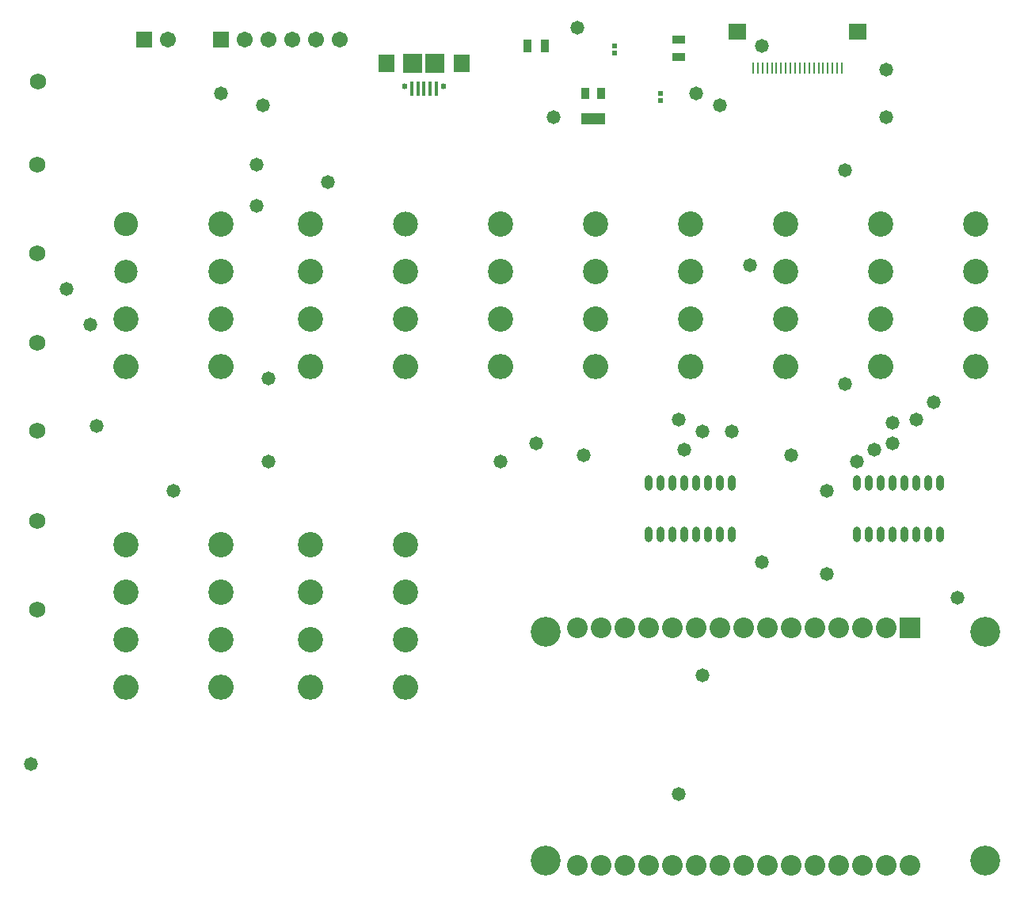
<source format=gts>
G04*
G04 #@! TF.GenerationSoftware,Altium Limited,Altium Designer,20.0.2 (26)*
G04*
G04 Layer_Color=8388736*
%FSLAX25Y25*%
%MOIN*%
G70*
G01*
G75*
%ADD21R,0.01860X0.01843*%
%ADD22R,0.03740X0.05512*%
%ADD23R,0.02047X0.02047*%
%ADD27R,0.05512X0.03740*%
%ADD28R,0.07493X0.06706*%
%ADD29R,0.00784X0.04731*%
%ADD30R,0.00884X0.04731*%
%ADD31R,0.03359X0.04540*%
%ADD32O,0.03162X0.06509*%
%ADD33R,0.01175X0.06115*%
%ADD34R,0.07087X0.07380*%
%ADD35R,0.08280X0.08280*%
%ADD36C,0.06800*%
%ADD37O,0.10642X0.10642*%
%ADD38C,0.10642*%
%ADD39C,0.09843*%
%ADD40C,0.10143*%
%ADD41R,0.06706X0.06706*%
%ADD42C,0.06706*%
%ADD43C,0.12611*%
%ADD44C,0.08674*%
%ADD45R,0.08674X0.08674*%
%ADD46C,0.02456*%
%ADD47C,0.10642*%
%ADD48C,0.10443*%
%ADD49C,0.05800*%
D21*
X840000Y665000D02*
D03*
Y661834D02*
D03*
D22*
X791142Y685000D02*
D03*
X783858D02*
D03*
D23*
X820650D02*
D03*
Y681850D02*
D03*
D27*
X847500Y680216D02*
D03*
Y687500D02*
D03*
D28*
X872303Y690846D02*
D03*
X922697D02*
D03*
D29*
X878799Y675492D02*
D03*
X880768D02*
D03*
X882736D02*
D03*
X884705D02*
D03*
X886673D02*
D03*
X888642D02*
D03*
X900453D02*
D03*
X902421D02*
D03*
X904390D02*
D03*
X906358D02*
D03*
X908327D02*
D03*
X910295D02*
D03*
X912264D02*
D03*
X914232D02*
D03*
X916201D02*
D03*
D30*
X890610D02*
D03*
X892579D02*
D03*
X894547D02*
D03*
X896516D02*
D03*
X898484D02*
D03*
D31*
X808307Y665000D02*
D03*
X815000D02*
D03*
Y654173D02*
D03*
X811654D02*
D03*
X808307D02*
D03*
D32*
X922500Y479272D02*
D03*
X927500D02*
D03*
X932500D02*
D03*
X937500D02*
D03*
X942500D02*
D03*
X947500D02*
D03*
X952500D02*
D03*
X957500D02*
D03*
X922500Y500728D02*
D03*
X927500D02*
D03*
X932500D02*
D03*
X937500D02*
D03*
X942500D02*
D03*
X947500D02*
D03*
X952500D02*
D03*
X957500D02*
D03*
X835000Y479272D02*
D03*
X840000D02*
D03*
X845000D02*
D03*
X850000D02*
D03*
X855000D02*
D03*
X860000D02*
D03*
X865000D02*
D03*
X870000D02*
D03*
X835000Y500728D02*
D03*
X840000D02*
D03*
X845000D02*
D03*
X850000D02*
D03*
X855000D02*
D03*
X860000D02*
D03*
X865000D02*
D03*
X870000D02*
D03*
D33*
X737717Y666969D02*
D03*
X740276D02*
D03*
X742835D02*
D03*
X735158D02*
D03*
X745394D02*
D03*
D34*
X724528Y677500D02*
D03*
X756024D02*
D03*
D35*
X735551D02*
D03*
X745000D02*
D03*
D36*
X577500Y447500D02*
D03*
X578000Y670000D02*
D03*
X577500Y635000D02*
D03*
Y597500D02*
D03*
Y560000D02*
D03*
Y523000D02*
D03*
Y485000D02*
D03*
D37*
X615000Y550000D02*
D03*
X692500D02*
D03*
X972500D02*
D03*
X932500D02*
D03*
X892500D02*
D03*
X852500D02*
D03*
X812500D02*
D03*
X772500D02*
D03*
X615000Y415000D02*
D03*
X655000D02*
D03*
X692500D02*
D03*
X732500Y550000D02*
D03*
Y415000D02*
D03*
X655000Y550000D02*
D03*
D38*
X615000Y570000D02*
D03*
X692500D02*
D03*
Y590000D02*
D03*
Y610000D02*
D03*
X972500Y570000D02*
D03*
Y590000D02*
D03*
Y610000D02*
D03*
X932500Y570000D02*
D03*
Y590000D02*
D03*
Y610000D02*
D03*
X892500Y570000D02*
D03*
Y590000D02*
D03*
Y610000D02*
D03*
X852500Y570000D02*
D03*
Y590000D02*
D03*
Y610000D02*
D03*
X812500Y570000D02*
D03*
Y590000D02*
D03*
Y610000D02*
D03*
X772500Y570000D02*
D03*
Y590000D02*
D03*
Y610000D02*
D03*
X615000Y435000D02*
D03*
Y455000D02*
D03*
Y475000D02*
D03*
X655000Y435000D02*
D03*
Y455000D02*
D03*
Y475000D02*
D03*
X692500Y435000D02*
D03*
Y455000D02*
D03*
Y475000D02*
D03*
X732500Y570000D02*
D03*
Y435000D02*
D03*
Y455000D02*
D03*
Y475000D02*
D03*
X655000Y570000D02*
D03*
Y590000D02*
D03*
Y610000D02*
D03*
D39*
X615000Y590000D02*
D03*
D40*
Y610000D02*
D03*
D41*
X655000Y687500D02*
D03*
X622500D02*
D03*
D42*
X665000D02*
D03*
X675000D02*
D03*
X685000D02*
D03*
X695000D02*
D03*
X705000D02*
D03*
X632500D02*
D03*
D43*
X976339Y438346D02*
D03*
Y341850D02*
D03*
X791496D02*
D03*
Y438346D02*
D03*
D44*
X805000Y340000D02*
D03*
X815000D02*
D03*
X825000D02*
D03*
X835000D02*
D03*
X845000D02*
D03*
X855000D02*
D03*
X865000D02*
D03*
X875000D02*
D03*
X885000D02*
D03*
X895000D02*
D03*
X905000D02*
D03*
X915000D02*
D03*
X925000D02*
D03*
X935000D02*
D03*
X945000D02*
D03*
X805000Y440000D02*
D03*
X815000D02*
D03*
X825000D02*
D03*
X835000D02*
D03*
X845000D02*
D03*
X855000D02*
D03*
X865000D02*
D03*
X875000D02*
D03*
X885000D02*
D03*
X895000D02*
D03*
X905000D02*
D03*
X915000D02*
D03*
X925000D02*
D03*
X935000D02*
D03*
D45*
X945000D02*
D03*
D46*
X732106Y667854D02*
D03*
X748445D02*
D03*
D47*
X732500Y590000D02*
D03*
D48*
Y610000D02*
D03*
D49*
X847500Y370000D02*
D03*
X857500Y420000D02*
D03*
X965000Y452500D02*
D03*
X882500Y467500D02*
D03*
X910000Y462500D02*
D03*
X895000Y512500D02*
D03*
X937500Y517500D02*
D03*
X930000Y515000D02*
D03*
X922500Y510000D02*
D03*
X910000Y497500D02*
D03*
X847500Y527500D02*
D03*
X857500Y522500D02*
D03*
X850000Y515000D02*
D03*
X772500Y510000D02*
D03*
X877500Y592500D02*
D03*
X937500Y526250D02*
D03*
X917500Y542500D02*
D03*
Y632500D02*
D03*
X947500Y527500D02*
D03*
X955000Y535000D02*
D03*
X870000Y522500D02*
D03*
X675000Y510000D02*
D03*
X670000Y617500D02*
D03*
X675000Y545000D02*
D03*
X670000Y635000D02*
D03*
X672500Y660000D02*
D03*
X655000Y665000D02*
D03*
X700000Y627500D02*
D03*
X602500Y525000D02*
D03*
X600000Y567500D02*
D03*
X590000Y582500D02*
D03*
X855000Y665000D02*
D03*
X935000Y655000D02*
D03*
Y675000D02*
D03*
X795000Y655000D02*
D03*
X882500Y685000D02*
D03*
X805000Y692500D02*
D03*
X865000Y660000D02*
D03*
X807500Y512500D02*
D03*
X787500Y517500D02*
D03*
X635000Y497500D02*
D03*
X575000Y382500D02*
D03*
M02*

</source>
